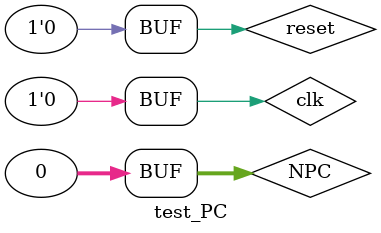
<source format=v>
`timescale 1ns / 1ps


module test_PC;

	// Inputs
	reg [31:0] NPC;
	reg clk;
	reg reset;

	// Outputs
	wire [31:0] PC;

	// Instantiate the Unit Under Test (UUT)
	PC uut (
		.NPC(NPC), 
		.PC(PC), 
		.clk(clk), 
		.reset(reset)
	);

	initial begin
		// Initialize Inputs
		NPC = 0;
		clk = 0;
		reset = 0;

		// Wait 100 ns for global reset to finish
		#100;
        
		// Add stimulus here

	end
      
endmodule


</source>
